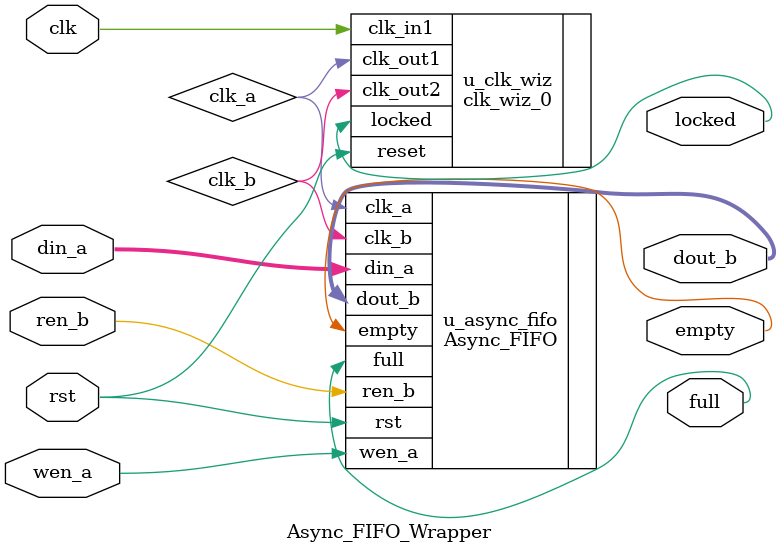
<source format=v>
`timescale 1ns / 1ps

module Async_FIFO_Wrapper#(
    parameter FIFO_WIDTH = 16,
    parameter FIFO_DEPTH = 512
)(
    input  wire                  clk,      // 100 MHz onboard clock (W5)
    input  wire                  rst,      
    input  wire [FIFO_WIDTH-1:0] din_a,
    input  wire                  wen_a,
    input  wire                  ren_b,
    output wire [FIFO_WIDTH-1:0] dout_b,
    output wire                  full,
    output wire                  empty,
    output wire                  locked    // clock wizard locked signal
);

    // Generated clocks
    wire clk_a;   // write clock
    wire clk_b;   // read clock

    // Clock Wizard Instance
    // Configure in Vivado GUI:
    //   Input:  100 MHz
    //   Output1: 100 MHz (clk_a)
    //   Output2: 25 MHz  (clk_b)

    clk_wiz_0 u_clk_wiz (
        .clk_in1 (clk),     // input: 100 MHz onboard
        .reset   (rst),     // optional reset
        .clk_out1(clk_a),   // output clock 100 MHz
        .clk_out2(clk_b),   // output clock 25 MHz
        .locked  (locked)   // indicates stable outputs
    );

    // Async FIFO Instance
    Async_FIFO #(
        .FIFO_WIDTH(FIFO_WIDTH),
        .FIFO_DEPTH(FIFO_DEPTH)
    ) u_async_fifo (
        .clk_a (clk_a),   // write clock
        .clk_b (clk_b),   // read clock
        .rst   (rst),     // sync reset
        .din_a (din_a),   // write data
        .wen_a (wen_a),   // write enable
        .ren_b (ren_b),   // read enable
        .dout_b(dout_b),  // read data
        .full  (full),    // fifo full
        .empty (empty)    // fifo empty
    );

endmodule


</source>
